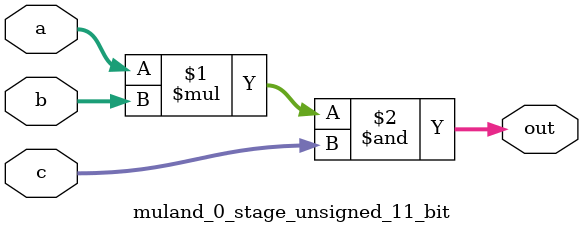
<source format=sv>
(* use_dsp = "yes" *) module muland_0_stage_unsigned_11_bit(
	input  [10:0] a,
	input  [10:0] b,
	input  [10:0] c,
	output [10:0] out
	);

	assign out = (a * b) & c;
endmodule

</source>
